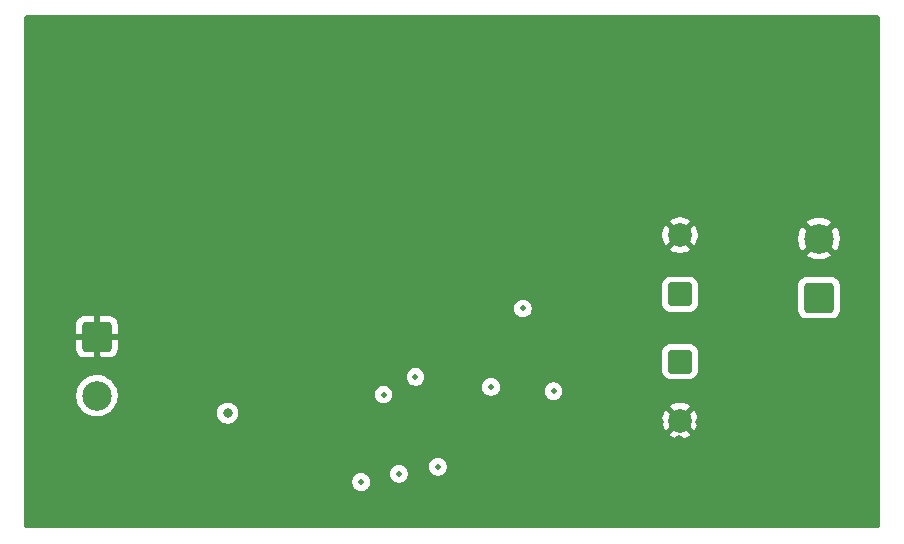
<source format=gbr>
%TF.GenerationSoftware,KiCad,Pcbnew,9.0.6*%
%TF.CreationDate,2026-01-21T08:09:24+01:00*%
%TF.ProjectId,Boost converter,426f6f73-7420-4636-9f6e-766572746572,rev?*%
%TF.SameCoordinates,Original*%
%TF.FileFunction,Copper,L3,Inr*%
%TF.FilePolarity,Positive*%
%FSLAX46Y46*%
G04 Gerber Fmt 4.6, Leading zero omitted, Abs format (unit mm)*
G04 Created by KiCad (PCBNEW 9.0.6) date 2026-01-21 08:09:24*
%MOMM*%
%LPD*%
G01*
G04 APERTURE LIST*
G04 Aperture macros list*
%AMRoundRect*
0 Rectangle with rounded corners*
0 $1 Rounding radius*
0 $2 $3 $4 $5 $6 $7 $8 $9 X,Y pos of 4 corners*
0 Add a 4 corners polygon primitive as box body*
4,1,4,$2,$3,$4,$5,$6,$7,$8,$9,$2,$3,0*
0 Add four circle primitives for the rounded corners*
1,1,$1+$1,$2,$3*
1,1,$1+$1,$4,$5*
1,1,$1+$1,$6,$7*
1,1,$1+$1,$8,$9*
0 Add four rect primitives between the rounded corners*
20,1,$1+$1,$2,$3,$4,$5,0*
20,1,$1+$1,$4,$5,$6,$7,0*
20,1,$1+$1,$6,$7,$8,$9,0*
20,1,$1+$1,$8,$9,$2,$3,0*%
G04 Aperture macros list end*
%TA.AperFunction,ComponentPad*%
%ADD10RoundRect,0.250000X1.000000X-1.000000X1.000000X1.000000X-1.000000X1.000000X-1.000000X-1.000000X0*%
%TD*%
%TA.AperFunction,ComponentPad*%
%ADD11C,2.500000*%
%TD*%
%TA.AperFunction,ComponentPad*%
%ADD12RoundRect,0.250000X0.750000X-0.750000X0.750000X0.750000X-0.750000X0.750000X-0.750000X-0.750000X0*%
%TD*%
%TA.AperFunction,ComponentPad*%
%ADD13C,2.000000*%
%TD*%
%TA.AperFunction,ComponentPad*%
%ADD14RoundRect,0.250000X-0.750000X0.750000X-0.750000X-0.750000X0.750000X-0.750000X0.750000X0.750000X0*%
%TD*%
%TA.AperFunction,ComponentPad*%
%ADD15RoundRect,0.250000X-1.000000X1.000000X-1.000000X-1.000000X1.000000X-1.000000X1.000000X1.000000X0*%
%TD*%
%TA.AperFunction,ViaPad*%
%ADD16C,0.800000*%
%TD*%
%TA.AperFunction,ViaPad*%
%ADD17C,0.500000*%
%TD*%
G04 APERTURE END LIST*
D10*
%TO.N,+36V*%
%TO.C,J2*%
X207567500Y-134200000D03*
D11*
%TO.N,GND*%
X207567500Y-129200000D03*
%TD*%
D12*
%TO.N,+36V*%
%TO.C,C9*%
X195800000Y-133900000D03*
D13*
%TO.N,GND*%
X195800000Y-128900000D03*
%TD*%
D14*
%TO.N,+36V*%
%TO.C,C10*%
X195800000Y-139600000D03*
D13*
%TO.N,GND*%
X195800000Y-144600000D03*
%TD*%
D15*
%TO.N,GND*%
%TO.C,J1*%
X146432500Y-137500000D03*
D11*
%TO.N,+24V*%
X146432500Y-142500000D03*
%TD*%
D16*
%TO.N,GND*%
X187500000Y-147500000D03*
X152500000Y-120000000D03*
X162500000Y-130000000D03*
X180000000Y-125000000D03*
X157500000Y-125000000D03*
X210000000Y-117500000D03*
X177500000Y-120000000D03*
X167500000Y-152500000D03*
X190000000Y-150000000D03*
X192500000Y-125000000D03*
X165000000Y-122500000D03*
X145000000Y-122500000D03*
X147500000Y-117500000D03*
X210000000Y-122500000D03*
X145000000Y-112500000D03*
X145000000Y-130000000D03*
X192500000Y-147500000D03*
X145000000Y-125000000D03*
X177500000Y-125000000D03*
X170000000Y-125000000D03*
X195000000Y-115000000D03*
X205000000Y-112500000D03*
X207500000Y-120000000D03*
X152500000Y-122500000D03*
X210000000Y-112500000D03*
X200000000Y-125000000D03*
X162500000Y-117500000D03*
X142500000Y-152500000D03*
X192500000Y-120000000D03*
X195000000Y-117500000D03*
X185000000Y-115000000D03*
X145000000Y-150000000D03*
X157500000Y-117500000D03*
X197500000Y-144750000D03*
X200000000Y-115000000D03*
X146500000Y-135250000D03*
X187500000Y-125000000D03*
X150000000Y-150000000D03*
X187500000Y-120000000D03*
X174750000Y-151750000D03*
X167500000Y-120000000D03*
D17*
X159500000Y-144000000D03*
D16*
X165000000Y-120000000D03*
X154500000Y-137500000D03*
X190000000Y-120000000D03*
X152500000Y-117500000D03*
X205000000Y-115000000D03*
X152500000Y-125000000D03*
X160000000Y-120000000D03*
X195000000Y-152500000D03*
X197500000Y-152500000D03*
X147500000Y-130000000D03*
X192500000Y-152500000D03*
X147500000Y-125000000D03*
X154000000Y-146500000D03*
X145000000Y-152500000D03*
X205000000Y-120000000D03*
X162500000Y-125000000D03*
X152500000Y-112500000D03*
X210000000Y-120000000D03*
X147500000Y-122500000D03*
X185000000Y-150000000D03*
X202500000Y-125000000D03*
X202500000Y-117500000D03*
X197500000Y-122500000D03*
X150000000Y-147500000D03*
X185000000Y-147500000D03*
X144250000Y-137500000D03*
X172500000Y-120000000D03*
X172500000Y-122500000D03*
X177500000Y-127500000D03*
X167800000Y-144200000D03*
X167500000Y-130000000D03*
X147500000Y-115000000D03*
X192500000Y-150000000D03*
X210000000Y-125000000D03*
X177500000Y-147250000D03*
X185000000Y-117500000D03*
X142500000Y-112500000D03*
X167500000Y-122500000D03*
X160000000Y-127500000D03*
X175000000Y-117500000D03*
X190000000Y-147500000D03*
X162500000Y-152500000D03*
X195000000Y-125000000D03*
X145000000Y-120000000D03*
X152500000Y-130000000D03*
X162500000Y-127500000D03*
X202500000Y-120000000D03*
X205000000Y-122500000D03*
X145000000Y-115000000D03*
X197500000Y-115000000D03*
X205000000Y-117500000D03*
X150000000Y-112500000D03*
X195000000Y-122500000D03*
X170000000Y-120000000D03*
X172500000Y-130000000D03*
X142500000Y-125000000D03*
X160000000Y-117500000D03*
X147500000Y-112500000D03*
X162500000Y-120000000D03*
X160000000Y-130000000D03*
X187500000Y-117500000D03*
X200000000Y-112500000D03*
X210000000Y-115000000D03*
X202500000Y-115000000D03*
X162500000Y-122500000D03*
X194000000Y-144750000D03*
X177500000Y-117500000D03*
X167500000Y-127500000D03*
X190000000Y-115000000D03*
X159500000Y-146500000D03*
X165800000Y-144200000D03*
X152500000Y-115000000D03*
X190000000Y-152500000D03*
X150000000Y-120000000D03*
X175000000Y-127500000D03*
X195000000Y-120000000D03*
X185000000Y-120000000D03*
X157500000Y-122500000D03*
X147500000Y-147500000D03*
X147500000Y-150000000D03*
X207500000Y-115000000D03*
X165000000Y-152500000D03*
X202500000Y-122500000D03*
X197500000Y-125000000D03*
X170000000Y-122500000D03*
X150000000Y-117500000D03*
X177500000Y-130000000D03*
X142500000Y-150000000D03*
X175000000Y-120000000D03*
X180000000Y-127500000D03*
X202500000Y-112500000D03*
X195000000Y-112500000D03*
X145000000Y-127500000D03*
X180000000Y-120000000D03*
X160000000Y-125000000D03*
X167800000Y-145200000D03*
X147500000Y-127500000D03*
X195000000Y-150000000D03*
X167500000Y-125000000D03*
X197500000Y-120000000D03*
X160000000Y-152500000D03*
X157500000Y-120000000D03*
X165000000Y-125000000D03*
X150000000Y-115000000D03*
X166800000Y-146200000D03*
X200000000Y-120000000D03*
X166800000Y-144700000D03*
X185000000Y-122500000D03*
X187500000Y-150000000D03*
X192500000Y-122500000D03*
X187500000Y-122500000D03*
X145000000Y-147500000D03*
X190000000Y-122500000D03*
X207500000Y-122500000D03*
X192500000Y-115000000D03*
X167500000Y-117500000D03*
X170000000Y-130000000D03*
X175000000Y-130000000D03*
X172500000Y-117500000D03*
X187500000Y-115000000D03*
X192500000Y-112500000D03*
X187500000Y-152500000D03*
X150000000Y-130000000D03*
X160000000Y-122500000D03*
X142500000Y-130000000D03*
X165000000Y-117500000D03*
X180000000Y-130000000D03*
X150000000Y-127500000D03*
X146500000Y-139500000D03*
X157500000Y-152500000D03*
X192500000Y-117500000D03*
X142500000Y-117500000D03*
X165000000Y-130000000D03*
X180000000Y-122500000D03*
X200000000Y-117500000D03*
X172500000Y-127500000D03*
X145000000Y-117500000D03*
X190000000Y-112500000D03*
X197500000Y-150000000D03*
X150000000Y-122500000D03*
X142500000Y-147500000D03*
X142500000Y-122500000D03*
X150000000Y-125000000D03*
X142500000Y-127500000D03*
X170000000Y-127500000D03*
X152500000Y-127500000D03*
X190000000Y-125000000D03*
X185000000Y-152500000D03*
X185000000Y-125000000D03*
X207500000Y-117500000D03*
X165800000Y-145200000D03*
X142500000Y-115000000D03*
X175000000Y-125000000D03*
X166800000Y-143200000D03*
X150000000Y-152500000D03*
X147500000Y-120000000D03*
X165000000Y-127500000D03*
X155000000Y-152500000D03*
X200000000Y-152500000D03*
X153500000Y-137500000D03*
X157500000Y-130000000D03*
X147500000Y-152500000D03*
X190000000Y-117500000D03*
X180000000Y-117500000D03*
X187500000Y-112500000D03*
X172500000Y-125000000D03*
X185000000Y-112500000D03*
X142500000Y-120000000D03*
X152500000Y-152500000D03*
X207500000Y-112500000D03*
X207500000Y-125000000D03*
X170000000Y-117500000D03*
X197500000Y-112500000D03*
X157500000Y-127500000D03*
X200000000Y-122500000D03*
X195750000Y-146250000D03*
X200000000Y-150000000D03*
X197500000Y-117500000D03*
X205000000Y-125000000D03*
X175000000Y-122500000D03*
X177500000Y-122500000D03*
X156500000Y-148000000D03*
D17*
%TO.N,/HO*%
X170700000Y-142400002D03*
X182500000Y-135100000D03*
D16*
%TO.N,+24V*%
X157500000Y-143975000D03*
D17*
%TO.N,/BST*%
X179800000Y-141750002D03*
X173400000Y-140900000D03*
%TO.N,FB*%
X185100000Y-142100000D03*
X168800000Y-149800000D03*
X175300000Y-148500000D03*
X172000000Y-149100000D03*
%TD*%
%TA.AperFunction,Conductor*%
%TO.N,GND*%
G36*
X212642539Y-110320185D02*
G01*
X212688294Y-110372989D01*
X212699500Y-110424500D01*
X212699500Y-153575500D01*
X212679815Y-153642539D01*
X212627011Y-153688294D01*
X212575500Y-153699500D01*
X140424500Y-153699500D01*
X140357461Y-153679815D01*
X140311706Y-153627011D01*
X140300500Y-153575500D01*
X140300500Y-149873920D01*
X168049499Y-149873920D01*
X168078340Y-150018907D01*
X168078343Y-150018917D01*
X168134912Y-150155488D01*
X168134919Y-150155501D01*
X168217048Y-150278415D01*
X168217051Y-150278419D01*
X168321580Y-150382948D01*
X168321584Y-150382951D01*
X168444498Y-150465080D01*
X168444511Y-150465087D01*
X168581082Y-150521656D01*
X168581087Y-150521658D01*
X168581091Y-150521658D01*
X168581092Y-150521659D01*
X168726079Y-150550500D01*
X168726082Y-150550500D01*
X168873920Y-150550500D01*
X168971462Y-150531096D01*
X169018913Y-150521658D01*
X169155495Y-150465084D01*
X169278416Y-150382951D01*
X169382951Y-150278416D01*
X169465084Y-150155495D01*
X169521658Y-150018913D01*
X169550500Y-149873918D01*
X169550500Y-149726082D01*
X169550500Y-149726079D01*
X169521659Y-149581092D01*
X169521658Y-149581091D01*
X169521658Y-149581087D01*
X169469639Y-149455501D01*
X169465087Y-149444511D01*
X169465080Y-149444498D01*
X169382951Y-149321584D01*
X169382948Y-149321580D01*
X169278419Y-149217051D01*
X169278415Y-149217048D01*
X169213870Y-149173920D01*
X171249499Y-149173920D01*
X171278340Y-149318907D01*
X171278343Y-149318917D01*
X171334912Y-149455488D01*
X171334919Y-149455501D01*
X171417048Y-149578415D01*
X171417051Y-149578419D01*
X171521580Y-149682948D01*
X171521584Y-149682951D01*
X171644498Y-149765080D01*
X171644511Y-149765087D01*
X171781082Y-149821656D01*
X171781087Y-149821658D01*
X171781091Y-149821658D01*
X171781092Y-149821659D01*
X171926079Y-149850500D01*
X171926082Y-149850500D01*
X172073920Y-149850500D01*
X172171462Y-149831096D01*
X172218913Y-149821658D01*
X172355495Y-149765084D01*
X172478416Y-149682951D01*
X172582951Y-149578416D01*
X172665084Y-149455495D01*
X172721658Y-149318913D01*
X172735267Y-149250500D01*
X172750500Y-149173920D01*
X172750500Y-149026079D01*
X172721659Y-148881092D01*
X172721658Y-148881091D01*
X172721658Y-148881087D01*
X172711060Y-148855501D01*
X172665087Y-148744511D01*
X172665080Y-148744498D01*
X172582951Y-148621584D01*
X172582948Y-148621580D01*
X172535288Y-148573920D01*
X174549499Y-148573920D01*
X174578340Y-148718907D01*
X174578343Y-148718917D01*
X174634912Y-148855488D01*
X174634919Y-148855501D01*
X174717048Y-148978415D01*
X174717051Y-148978419D01*
X174821580Y-149082948D01*
X174821584Y-149082951D01*
X174944498Y-149165080D01*
X174944511Y-149165087D01*
X175081082Y-149221656D01*
X175081087Y-149221658D01*
X175081091Y-149221658D01*
X175081092Y-149221659D01*
X175226079Y-149250500D01*
X175226082Y-149250500D01*
X175373920Y-149250500D01*
X175471462Y-149231096D01*
X175518913Y-149221658D01*
X175655495Y-149165084D01*
X175778416Y-149082951D01*
X175882951Y-148978416D01*
X175965084Y-148855495D01*
X176021658Y-148718913D01*
X176031096Y-148671462D01*
X176050500Y-148573920D01*
X176050500Y-148426079D01*
X176021659Y-148281092D01*
X176021658Y-148281091D01*
X176021658Y-148281087D01*
X176021656Y-148281082D01*
X175965087Y-148144511D01*
X175965080Y-148144498D01*
X175882951Y-148021584D01*
X175882948Y-148021580D01*
X175778419Y-147917051D01*
X175778415Y-147917048D01*
X175655501Y-147834919D01*
X175655488Y-147834912D01*
X175518917Y-147778343D01*
X175518907Y-147778340D01*
X175373920Y-147749500D01*
X175373918Y-147749500D01*
X175226082Y-147749500D01*
X175226080Y-147749500D01*
X175081092Y-147778340D01*
X175081082Y-147778343D01*
X174944511Y-147834912D01*
X174944498Y-147834919D01*
X174821584Y-147917048D01*
X174821580Y-147917051D01*
X174717051Y-148021580D01*
X174717048Y-148021584D01*
X174634919Y-148144498D01*
X174634912Y-148144511D01*
X174578343Y-148281082D01*
X174578340Y-148281092D01*
X174549500Y-148426079D01*
X174549500Y-148426082D01*
X174549500Y-148573918D01*
X174549500Y-148573920D01*
X174549499Y-148573920D01*
X172535288Y-148573920D01*
X172478418Y-148517050D01*
X172355501Y-148434919D01*
X172355488Y-148434912D01*
X172218917Y-148378343D01*
X172218907Y-148378340D01*
X172073920Y-148349500D01*
X172073918Y-148349500D01*
X171926082Y-148349500D01*
X171926080Y-148349500D01*
X171781092Y-148378340D01*
X171781082Y-148378343D01*
X171644511Y-148434912D01*
X171644498Y-148434919D01*
X171521584Y-148517048D01*
X171521580Y-148517051D01*
X171417051Y-148621580D01*
X171417048Y-148621584D01*
X171334919Y-148744498D01*
X171334912Y-148744511D01*
X171278343Y-148881082D01*
X171278340Y-148881092D01*
X171249500Y-149026079D01*
X171249500Y-149026082D01*
X171249500Y-149173918D01*
X171249500Y-149173920D01*
X171249499Y-149173920D01*
X169213870Y-149173920D01*
X169155501Y-149134919D01*
X169155494Y-149134915D01*
X169154616Y-149134552D01*
X169154614Y-149134550D01*
X169018917Y-149078343D01*
X169018907Y-149078340D01*
X168873920Y-149049500D01*
X168873918Y-149049500D01*
X168726082Y-149049500D01*
X168726080Y-149049500D01*
X168581092Y-149078340D01*
X168581082Y-149078343D01*
X168444511Y-149134912D01*
X168444498Y-149134919D01*
X168321584Y-149217048D01*
X168321580Y-149217051D01*
X168217051Y-149321580D01*
X168217048Y-149321584D01*
X168134919Y-149444498D01*
X168134912Y-149444511D01*
X168078343Y-149581082D01*
X168078340Y-149581092D01*
X168049500Y-149726079D01*
X168049500Y-149726082D01*
X168049500Y-149873918D01*
X168049500Y-149873920D01*
X168049499Y-149873920D01*
X140300500Y-149873920D01*
X140300500Y-142385258D01*
X144682000Y-142385258D01*
X144682000Y-142614741D01*
X144690981Y-142682951D01*
X144711952Y-142842238D01*
X144721647Y-142878421D01*
X144771342Y-143063887D01*
X144859150Y-143275876D01*
X144859157Y-143275890D01*
X144973892Y-143474617D01*
X145113581Y-143656661D01*
X145113589Y-143656670D01*
X145275830Y-143818911D01*
X145275838Y-143818918D01*
X145457882Y-143958607D01*
X145457885Y-143958608D01*
X145457888Y-143958611D01*
X145656612Y-144073344D01*
X145656617Y-144073346D01*
X145656623Y-144073349D01*
X145720965Y-144100000D01*
X145868613Y-144161158D01*
X146090262Y-144220548D01*
X146317766Y-144250500D01*
X146317773Y-144250500D01*
X146547227Y-144250500D01*
X146547234Y-144250500D01*
X146774738Y-144220548D01*
X146996387Y-144161158D01*
X147208388Y-144073344D01*
X147407112Y-143958611D01*
X147501344Y-143886304D01*
X156599500Y-143886304D01*
X156599500Y-144063695D01*
X156634103Y-144237658D01*
X156634106Y-144237667D01*
X156701983Y-144401540D01*
X156701990Y-144401553D01*
X156800535Y-144549034D01*
X156800538Y-144549038D01*
X156925961Y-144674461D01*
X156925965Y-144674464D01*
X157073446Y-144773009D01*
X157073459Y-144773016D01*
X157196363Y-144823923D01*
X157237334Y-144840894D01*
X157237336Y-144840894D01*
X157237341Y-144840896D01*
X157411304Y-144875499D01*
X157411307Y-144875500D01*
X157411309Y-144875500D01*
X157588693Y-144875500D01*
X157588694Y-144875499D01*
X157646682Y-144863964D01*
X157762658Y-144840896D01*
X157762661Y-144840894D01*
X157762666Y-144840894D01*
X157926547Y-144773013D01*
X158074035Y-144674464D01*
X158199464Y-144549035D01*
X158244290Y-144481947D01*
X194300000Y-144481947D01*
X194300000Y-144718052D01*
X194336934Y-144951247D01*
X194409897Y-145175802D01*
X194517087Y-145386174D01*
X194577338Y-145469104D01*
X194577340Y-145469105D01*
X195317037Y-144729408D01*
X195334075Y-144792993D01*
X195399901Y-144907007D01*
X195492993Y-145000099D01*
X195607007Y-145065925D01*
X195670590Y-145082962D01*
X194930893Y-145822658D01*
X195013828Y-145882914D01*
X195224197Y-145990102D01*
X195448752Y-146063065D01*
X195448751Y-146063065D01*
X195681948Y-146100000D01*
X195918052Y-146100000D01*
X196151247Y-146063065D01*
X196375802Y-145990102D01*
X196586163Y-145882918D01*
X196586169Y-145882914D01*
X196669104Y-145822658D01*
X196669105Y-145822658D01*
X195929408Y-145082962D01*
X195992993Y-145065925D01*
X196107007Y-145000099D01*
X196200099Y-144907007D01*
X196265925Y-144792993D01*
X196282962Y-144729408D01*
X197022658Y-145469105D01*
X197022658Y-145469104D01*
X197082914Y-145386169D01*
X197082918Y-145386163D01*
X197190102Y-145175802D01*
X197263065Y-144951247D01*
X197300000Y-144718052D01*
X197300000Y-144481947D01*
X197263065Y-144248752D01*
X197190102Y-144024197D01*
X197082914Y-143813828D01*
X197022658Y-143730894D01*
X197022658Y-143730893D01*
X196282962Y-144470590D01*
X196265925Y-144407007D01*
X196200099Y-144292993D01*
X196107007Y-144199901D01*
X195992993Y-144134075D01*
X195929409Y-144117037D01*
X196669105Y-143377340D01*
X196669104Y-143377338D01*
X196586174Y-143317087D01*
X196375802Y-143209897D01*
X196151247Y-143136934D01*
X196151248Y-143136934D01*
X195918052Y-143100000D01*
X195681948Y-143100000D01*
X195448752Y-143136934D01*
X195224197Y-143209897D01*
X195013830Y-143317084D01*
X194930894Y-143377340D01*
X195670591Y-144117037D01*
X195607007Y-144134075D01*
X195492993Y-144199901D01*
X195399901Y-144292993D01*
X195334075Y-144407007D01*
X195317037Y-144470590D01*
X194577340Y-143730894D01*
X194517084Y-143813830D01*
X194409897Y-144024197D01*
X194336934Y-144248752D01*
X194300000Y-144481947D01*
X158244290Y-144481947D01*
X158244385Y-144481805D01*
X158293579Y-144408184D01*
X158298009Y-144401553D01*
X158298009Y-144401552D01*
X158298013Y-144401547D01*
X158365894Y-144237666D01*
X158369300Y-144220546D01*
X158400499Y-144063695D01*
X158400500Y-144063693D01*
X158400500Y-143886306D01*
X158400499Y-143886304D01*
X158365896Y-143712341D01*
X158365893Y-143712332D01*
X158298016Y-143548459D01*
X158298014Y-143548455D01*
X158298013Y-143548453D01*
X158199464Y-143400965D01*
X158199461Y-143400961D01*
X158074038Y-143275538D01*
X158074034Y-143275535D01*
X157926553Y-143176990D01*
X157926540Y-143176983D01*
X157762667Y-143109106D01*
X157762658Y-143109103D01*
X157588694Y-143074500D01*
X157588691Y-143074500D01*
X157411309Y-143074500D01*
X157411306Y-143074500D01*
X157237341Y-143109103D01*
X157237332Y-143109106D01*
X157073459Y-143176983D01*
X157073446Y-143176990D01*
X156925965Y-143275535D01*
X156925961Y-143275538D01*
X156800538Y-143400961D01*
X156800535Y-143400965D01*
X156701990Y-143548446D01*
X156701983Y-143548459D01*
X156634106Y-143712332D01*
X156634103Y-143712341D01*
X156599500Y-143886304D01*
X147501344Y-143886304D01*
X147589161Y-143818919D01*
X147589165Y-143818914D01*
X147589170Y-143818911D01*
X147751411Y-143656670D01*
X147751414Y-143656665D01*
X147751419Y-143656661D01*
X147891111Y-143474612D01*
X148005844Y-143275888D01*
X148093658Y-143063887D01*
X148153048Y-142842238D01*
X148183000Y-142614734D01*
X148183000Y-142473922D01*
X169949499Y-142473922D01*
X169978340Y-142618909D01*
X169978343Y-142618919D01*
X170034912Y-142755490D01*
X170034919Y-142755503D01*
X170117048Y-142878417D01*
X170117051Y-142878421D01*
X170221580Y-142982950D01*
X170221584Y-142982953D01*
X170344498Y-143065082D01*
X170344511Y-143065089D01*
X170481082Y-143121658D01*
X170481087Y-143121660D01*
X170481091Y-143121660D01*
X170481092Y-143121661D01*
X170626079Y-143150502D01*
X170626082Y-143150502D01*
X170773920Y-143150502D01*
X170871462Y-143131098D01*
X170918913Y-143121660D01*
X171055495Y-143065086D01*
X171178416Y-142982953D01*
X171282951Y-142878418D01*
X171365084Y-142755497D01*
X171421658Y-142618915D01*
X171431096Y-142571464D01*
X171450500Y-142473922D01*
X171450500Y-142326081D01*
X171421659Y-142181094D01*
X171421658Y-142181093D01*
X171421658Y-142181089D01*
X171411996Y-142157762D01*
X171365087Y-142044513D01*
X171365080Y-142044500D01*
X171282951Y-141921586D01*
X171282948Y-141921582D01*
X171185288Y-141823922D01*
X179049499Y-141823922D01*
X179078340Y-141968909D01*
X179078343Y-141968919D01*
X179134912Y-142105490D01*
X179134919Y-142105503D01*
X179217048Y-142228417D01*
X179217051Y-142228421D01*
X179321580Y-142332950D01*
X179321584Y-142332953D01*
X179444498Y-142415082D01*
X179444511Y-142415089D01*
X179581082Y-142471658D01*
X179581087Y-142471660D01*
X179581091Y-142471660D01*
X179581092Y-142471661D01*
X179726079Y-142500502D01*
X179726082Y-142500502D01*
X179873920Y-142500502D01*
X180007551Y-142473920D01*
X180018913Y-142471660D01*
X180155495Y-142415086D01*
X180278416Y-142332953D01*
X180382951Y-142228418D01*
X180419365Y-142173920D01*
X184349499Y-142173920D01*
X184378340Y-142318907D01*
X184378343Y-142318917D01*
X184434912Y-142455488D01*
X184434919Y-142455501D01*
X184517048Y-142578415D01*
X184517051Y-142578419D01*
X184621580Y-142682948D01*
X184621584Y-142682951D01*
X184744498Y-142765080D01*
X184744511Y-142765087D01*
X184881082Y-142821656D01*
X184881087Y-142821658D01*
X184881091Y-142821658D01*
X184881092Y-142821659D01*
X185026079Y-142850500D01*
X185026082Y-142850500D01*
X185173920Y-142850500D01*
X185271462Y-142831096D01*
X185318913Y-142821658D01*
X185455495Y-142765084D01*
X185578416Y-142682951D01*
X185682951Y-142578416D01*
X185765084Y-142455495D01*
X185821658Y-142318913D01*
X185831096Y-142271462D01*
X185850500Y-142173920D01*
X185850500Y-142026079D01*
X185821659Y-141881092D01*
X185821658Y-141881091D01*
X185821658Y-141881087D01*
X185797979Y-141823920D01*
X185765087Y-141744511D01*
X185765080Y-141744498D01*
X185682951Y-141621584D01*
X185682948Y-141621580D01*
X185578419Y-141517051D01*
X185578415Y-141517048D01*
X185455501Y-141434919D01*
X185455488Y-141434912D01*
X185318917Y-141378343D01*
X185318907Y-141378340D01*
X185173920Y-141349500D01*
X185173918Y-141349500D01*
X185026082Y-141349500D01*
X185026080Y-141349500D01*
X184881092Y-141378340D01*
X184881082Y-141378343D01*
X184744511Y-141434912D01*
X184744498Y-141434919D01*
X184621584Y-141517048D01*
X184621580Y-141517051D01*
X184517051Y-141621580D01*
X184517048Y-141621584D01*
X184434919Y-141744498D01*
X184434912Y-141744511D01*
X184378343Y-141881082D01*
X184378340Y-141881092D01*
X184349500Y-142026079D01*
X184349500Y-142026082D01*
X184349500Y-142173918D01*
X184349500Y-142173920D01*
X184349499Y-142173920D01*
X180419365Y-142173920D01*
X180465084Y-142105497D01*
X180521658Y-141968915D01*
X180539129Y-141881087D01*
X180550500Y-141823922D01*
X180550500Y-141676081D01*
X180521659Y-141531094D01*
X180521658Y-141531093D01*
X180521658Y-141531089D01*
X180515843Y-141517051D01*
X180465087Y-141394513D01*
X180465080Y-141394500D01*
X180382951Y-141271586D01*
X180382948Y-141271582D01*
X180278419Y-141167053D01*
X180278415Y-141167050D01*
X180155501Y-141084921D01*
X180155488Y-141084914D01*
X180018917Y-141028345D01*
X180018907Y-141028342D01*
X179873920Y-140999502D01*
X179873918Y-140999502D01*
X179726082Y-140999502D01*
X179726080Y-140999502D01*
X179581092Y-141028342D01*
X179581082Y-141028345D01*
X179444511Y-141084914D01*
X179444498Y-141084921D01*
X179321584Y-141167050D01*
X179321580Y-141167053D01*
X179217051Y-141271582D01*
X179217048Y-141271586D01*
X179134919Y-141394500D01*
X179134912Y-141394513D01*
X179078343Y-141531084D01*
X179078340Y-141531094D01*
X179049500Y-141676081D01*
X179049500Y-141676084D01*
X179049500Y-141823920D01*
X179049500Y-141823922D01*
X179049499Y-141823922D01*
X171185288Y-141823922D01*
X171178419Y-141817053D01*
X171178415Y-141817050D01*
X171055501Y-141734921D01*
X171055488Y-141734914D01*
X170918917Y-141678345D01*
X170918907Y-141678342D01*
X170773920Y-141649502D01*
X170773918Y-141649502D01*
X170626082Y-141649502D01*
X170626080Y-141649502D01*
X170481092Y-141678342D01*
X170481082Y-141678345D01*
X170344511Y-141734914D01*
X170344498Y-141734921D01*
X170221584Y-141817050D01*
X170221580Y-141817053D01*
X170117051Y-141921582D01*
X170117048Y-141921586D01*
X170034919Y-142044500D01*
X170034912Y-142044513D01*
X169978343Y-142181084D01*
X169978340Y-142181094D01*
X169949500Y-142326081D01*
X169949500Y-142326084D01*
X169949500Y-142473920D01*
X169949500Y-142473922D01*
X169949499Y-142473922D01*
X148183000Y-142473922D01*
X148183000Y-142385266D01*
X148153048Y-142157762D01*
X148093658Y-141936113D01*
X148014291Y-141744505D01*
X148005849Y-141724123D01*
X148005846Y-141724117D01*
X148005844Y-141724112D01*
X147891111Y-141525388D01*
X147891108Y-141525385D01*
X147891107Y-141525382D01*
X147778276Y-141378340D01*
X147751419Y-141343339D01*
X147751418Y-141343338D01*
X147751411Y-141343330D01*
X147589170Y-141181089D01*
X147589161Y-141181081D01*
X147407117Y-141041392D01*
X147290252Y-140973920D01*
X172649499Y-140973920D01*
X172678340Y-141118907D01*
X172678343Y-141118917D01*
X172734912Y-141255488D01*
X172734919Y-141255501D01*
X172817048Y-141378415D01*
X172817051Y-141378419D01*
X172921580Y-141482948D01*
X172921584Y-141482951D01*
X173044498Y-141565080D01*
X173044511Y-141565087D01*
X173180899Y-141621580D01*
X173181087Y-141621658D01*
X173181091Y-141621658D01*
X173181092Y-141621659D01*
X173326079Y-141650500D01*
X173326082Y-141650500D01*
X173473920Y-141650500D01*
X173571462Y-141631096D01*
X173618913Y-141621658D01*
X173755495Y-141565084D01*
X173878416Y-141482951D01*
X173982951Y-141378416D01*
X174065084Y-141255495D01*
X174121658Y-141118913D01*
X174150500Y-140973918D01*
X174150500Y-140826082D01*
X174150500Y-140826079D01*
X174121659Y-140681092D01*
X174121658Y-140681091D01*
X174121658Y-140681087D01*
X174116789Y-140669331D01*
X174065087Y-140544511D01*
X174065080Y-140544498D01*
X173982951Y-140421584D01*
X173982948Y-140421580D01*
X173878419Y-140317051D01*
X173878415Y-140317048D01*
X173755501Y-140234919D01*
X173755488Y-140234912D01*
X173618917Y-140178343D01*
X173618907Y-140178340D01*
X173473920Y-140149500D01*
X173473918Y-140149500D01*
X173326082Y-140149500D01*
X173326080Y-140149500D01*
X173181092Y-140178340D01*
X173181082Y-140178343D01*
X173044511Y-140234912D01*
X173044498Y-140234919D01*
X172921584Y-140317048D01*
X172921580Y-140317051D01*
X172817051Y-140421580D01*
X172817048Y-140421584D01*
X172734919Y-140544498D01*
X172734912Y-140544511D01*
X172678343Y-140681082D01*
X172678340Y-140681092D01*
X172649500Y-140826079D01*
X172649500Y-140826082D01*
X172649500Y-140973918D01*
X172649500Y-140973920D01*
X172649499Y-140973920D01*
X147290252Y-140973920D01*
X147209639Y-140927378D01*
X147208388Y-140926656D01*
X147208386Y-140926655D01*
X147208376Y-140926650D01*
X146996387Y-140838842D01*
X146948754Y-140826079D01*
X146774738Y-140779452D01*
X146736715Y-140774446D01*
X146547241Y-140749500D01*
X146547234Y-140749500D01*
X146317766Y-140749500D01*
X146317758Y-140749500D01*
X146101215Y-140778009D01*
X146090262Y-140779452D01*
X145996576Y-140804554D01*
X145868612Y-140838842D01*
X145656623Y-140926650D01*
X145656609Y-140926657D01*
X145457882Y-141041392D01*
X145275838Y-141181081D01*
X145113581Y-141343338D01*
X144973892Y-141525382D01*
X144859157Y-141724109D01*
X144859150Y-141724123D01*
X144771342Y-141936112D01*
X144711953Y-142157759D01*
X144711951Y-142157770D01*
X144682000Y-142385258D01*
X140300500Y-142385258D01*
X140300500Y-136450013D01*
X144682500Y-136450013D01*
X144682500Y-137250000D01*
X145832499Y-137250000D01*
X145807479Y-137310402D01*
X145782500Y-137435981D01*
X145782500Y-137564019D01*
X145807479Y-137689598D01*
X145832499Y-137750000D01*
X144682501Y-137750000D01*
X144682501Y-138549986D01*
X144692994Y-138652697D01*
X144748141Y-138819119D01*
X144748143Y-138819124D01*
X144840184Y-138968345D01*
X144964154Y-139092315D01*
X145113375Y-139184356D01*
X145113380Y-139184358D01*
X145279802Y-139239505D01*
X145279809Y-139239506D01*
X145382519Y-139249999D01*
X146182499Y-139249999D01*
X146182500Y-139249998D01*
X146182500Y-138100001D01*
X146242902Y-138125021D01*
X146368481Y-138150000D01*
X146496519Y-138150000D01*
X146622098Y-138125021D01*
X146682500Y-138100001D01*
X146682500Y-139249999D01*
X147482472Y-139249999D01*
X147482486Y-139249998D01*
X147585197Y-139239505D01*
X147751619Y-139184358D01*
X147751624Y-139184356D01*
X147900845Y-139092315D01*
X148024815Y-138968345D01*
X148116856Y-138819124D01*
X148116858Y-138819119D01*
X148123199Y-138799983D01*
X194299500Y-138799983D01*
X194299500Y-140400001D01*
X194299501Y-140400018D01*
X194310000Y-140502796D01*
X194310001Y-140502799D01*
X194365185Y-140669331D01*
X194365186Y-140669334D01*
X194457288Y-140818656D01*
X194581344Y-140942712D01*
X194730666Y-141034814D01*
X194897203Y-141089999D01*
X194999991Y-141100500D01*
X196600008Y-141100499D01*
X196702797Y-141089999D01*
X196869334Y-141034814D01*
X197018656Y-140942712D01*
X197142712Y-140818656D01*
X197234814Y-140669334D01*
X197289999Y-140502797D01*
X197300500Y-140400009D01*
X197300499Y-138799992D01*
X197289999Y-138697203D01*
X197234814Y-138530666D01*
X197142712Y-138381344D01*
X197018656Y-138257288D01*
X196869334Y-138165186D01*
X196702797Y-138110001D01*
X196702795Y-138110000D01*
X196600010Y-138099500D01*
X194999998Y-138099500D01*
X194999981Y-138099501D01*
X194897203Y-138110000D01*
X194897200Y-138110001D01*
X194730668Y-138165185D01*
X194730663Y-138165187D01*
X194581342Y-138257289D01*
X194457289Y-138381342D01*
X194365187Y-138530663D01*
X194365186Y-138530666D01*
X194310001Y-138697203D01*
X194310001Y-138697204D01*
X194310000Y-138697204D01*
X194299500Y-138799983D01*
X148123199Y-138799983D01*
X148137168Y-138757830D01*
X148172005Y-138652697D01*
X148172006Y-138652690D01*
X148182499Y-138549986D01*
X148182500Y-138549973D01*
X148182500Y-137750000D01*
X147032501Y-137750000D01*
X147057521Y-137689598D01*
X147082500Y-137564019D01*
X147082500Y-137435981D01*
X147057521Y-137310402D01*
X147032501Y-137250000D01*
X148182499Y-137250000D01*
X148182499Y-136450028D01*
X148182498Y-136450013D01*
X148172005Y-136347302D01*
X148116858Y-136180880D01*
X148116856Y-136180875D01*
X148024815Y-136031654D01*
X147900845Y-135907684D01*
X147751624Y-135815643D01*
X147751619Y-135815641D01*
X147585197Y-135760494D01*
X147585190Y-135760493D01*
X147482486Y-135750000D01*
X146682500Y-135750000D01*
X146682500Y-136899998D01*
X146622098Y-136874979D01*
X146496519Y-136850000D01*
X146368481Y-136850000D01*
X146242902Y-136874979D01*
X146182500Y-136899998D01*
X146182500Y-135750000D01*
X145382528Y-135750000D01*
X145382512Y-135750001D01*
X145279802Y-135760494D01*
X145113380Y-135815641D01*
X145113375Y-135815643D01*
X144964154Y-135907684D01*
X144840184Y-136031654D01*
X144748143Y-136180875D01*
X144748141Y-136180880D01*
X144692994Y-136347302D01*
X144692993Y-136347309D01*
X144682500Y-136450013D01*
X140300500Y-136450013D01*
X140300500Y-135173920D01*
X181749499Y-135173920D01*
X181778340Y-135318907D01*
X181778343Y-135318917D01*
X181834912Y-135455488D01*
X181834919Y-135455501D01*
X181917048Y-135578415D01*
X181917051Y-135578419D01*
X182021580Y-135682948D01*
X182021584Y-135682951D01*
X182144498Y-135765080D01*
X182144511Y-135765087D01*
X182266565Y-135815643D01*
X182281087Y-135821658D01*
X182281091Y-135821658D01*
X182281092Y-135821659D01*
X182426079Y-135850500D01*
X182426082Y-135850500D01*
X182573920Y-135850500D01*
X182671462Y-135831096D01*
X182718913Y-135821658D01*
X182855495Y-135765084D01*
X182978416Y-135682951D01*
X183082951Y-135578416D01*
X183165084Y-135455495D01*
X183221658Y-135318913D01*
X183250500Y-135173918D01*
X183250500Y-135026082D01*
X183250500Y-135026079D01*
X183221659Y-134881092D01*
X183221658Y-134881091D01*
X183221658Y-134881087D01*
X183189230Y-134802799D01*
X183165087Y-134744511D01*
X183165080Y-134744498D01*
X183082951Y-134621584D01*
X183082948Y-134621580D01*
X182978419Y-134517051D01*
X182978415Y-134517048D01*
X182855501Y-134434919D01*
X182855488Y-134434912D01*
X182718917Y-134378343D01*
X182718907Y-134378340D01*
X182573920Y-134349500D01*
X182573918Y-134349500D01*
X182426082Y-134349500D01*
X182426080Y-134349500D01*
X182281092Y-134378340D01*
X182281082Y-134378343D01*
X182144511Y-134434912D01*
X182144498Y-134434919D01*
X182021584Y-134517048D01*
X182021580Y-134517051D01*
X181917051Y-134621580D01*
X181917048Y-134621584D01*
X181834919Y-134744498D01*
X181834912Y-134744511D01*
X181778343Y-134881082D01*
X181778340Y-134881092D01*
X181749500Y-135026079D01*
X181749500Y-135026082D01*
X181749500Y-135173918D01*
X181749500Y-135173920D01*
X181749499Y-135173920D01*
X140300500Y-135173920D01*
X140300500Y-133099983D01*
X194299500Y-133099983D01*
X194299500Y-134700001D01*
X194299501Y-134700018D01*
X194310000Y-134802796D01*
X194310001Y-134802799D01*
X194335945Y-134881092D01*
X194365186Y-134969334D01*
X194457288Y-135118656D01*
X194581344Y-135242712D01*
X194730666Y-135334814D01*
X194897203Y-135389999D01*
X194999991Y-135400500D01*
X196600008Y-135400499D01*
X196702797Y-135389999D01*
X196869334Y-135334814D01*
X197018656Y-135242712D01*
X197142712Y-135118656D01*
X197234814Y-134969334D01*
X197289999Y-134802797D01*
X197300500Y-134700009D01*
X197300499Y-133149983D01*
X205817000Y-133149983D01*
X205817000Y-135250001D01*
X205817001Y-135250018D01*
X205827500Y-135352796D01*
X205827501Y-135352799D01*
X205843308Y-135400500D01*
X205882686Y-135519334D01*
X205974788Y-135668656D01*
X206098844Y-135792712D01*
X206248166Y-135884814D01*
X206414703Y-135939999D01*
X206517491Y-135950500D01*
X208617508Y-135950499D01*
X208720297Y-135939999D01*
X208886834Y-135884814D01*
X209036156Y-135792712D01*
X209160212Y-135668656D01*
X209252314Y-135519334D01*
X209307499Y-135352797D01*
X209318000Y-135250009D01*
X209317999Y-133149992D01*
X209312891Y-133099992D01*
X209307499Y-133047203D01*
X209307498Y-133047200D01*
X209290931Y-132997204D01*
X209252314Y-132880666D01*
X209160212Y-132731344D01*
X209036156Y-132607288D01*
X208886834Y-132515186D01*
X208720297Y-132460001D01*
X208720295Y-132460000D01*
X208617510Y-132449500D01*
X206517498Y-132449500D01*
X206517481Y-132449501D01*
X206414703Y-132460000D01*
X206414700Y-132460001D01*
X206248168Y-132515185D01*
X206248163Y-132515187D01*
X206098842Y-132607289D01*
X205974789Y-132731342D01*
X205882687Y-132880663D01*
X205882686Y-132880666D01*
X205827501Y-133047203D01*
X205827501Y-133047204D01*
X205827500Y-133047204D01*
X205817000Y-133149983D01*
X197300499Y-133149983D01*
X197300499Y-133099992D01*
X197289999Y-132997203D01*
X197234814Y-132830666D01*
X197142712Y-132681344D01*
X197018656Y-132557288D01*
X196869334Y-132465186D01*
X196702797Y-132410001D01*
X196702795Y-132410000D01*
X196600010Y-132399500D01*
X194999998Y-132399500D01*
X194999981Y-132399501D01*
X194897203Y-132410000D01*
X194897200Y-132410001D01*
X194730668Y-132465185D01*
X194730663Y-132465187D01*
X194581342Y-132557289D01*
X194457289Y-132681342D01*
X194365187Y-132830663D01*
X194365185Y-132830668D01*
X194348617Y-132880668D01*
X194310001Y-132997203D01*
X194310001Y-132997204D01*
X194310000Y-132997204D01*
X194299500Y-133099983D01*
X140300500Y-133099983D01*
X140300500Y-128781947D01*
X194300000Y-128781947D01*
X194300000Y-129018052D01*
X194336934Y-129251247D01*
X194409897Y-129475802D01*
X194517087Y-129686174D01*
X194577338Y-129769104D01*
X194577340Y-129769105D01*
X195317037Y-129029408D01*
X195334075Y-129092993D01*
X195399901Y-129207007D01*
X195492993Y-129300099D01*
X195607007Y-129365925D01*
X195670590Y-129382962D01*
X194930893Y-130122658D01*
X195013828Y-130182914D01*
X195224197Y-130290102D01*
X195448752Y-130363065D01*
X195448751Y-130363065D01*
X195681948Y-130400000D01*
X195918052Y-130400000D01*
X196151247Y-130363065D01*
X196375802Y-130290102D01*
X196586163Y-130182918D01*
X196586169Y-130182914D01*
X196669104Y-130122658D01*
X196669105Y-130122658D01*
X195929408Y-129382962D01*
X195992993Y-129365925D01*
X196107007Y-129300099D01*
X196200099Y-129207007D01*
X196265925Y-129092993D01*
X196282962Y-129029408D01*
X197022658Y-129769105D01*
X197022658Y-129769104D01*
X197082914Y-129686169D01*
X197082918Y-129686163D01*
X197190102Y-129475802D01*
X197263065Y-129251248D01*
X197289348Y-129085305D01*
X205817500Y-129085305D01*
X205817500Y-129314694D01*
X205817501Y-129314710D01*
X205847442Y-129542137D01*
X205906818Y-129763730D01*
X205994602Y-129975659D01*
X205994606Y-129975669D01*
X206109299Y-130174324D01*
X206109305Y-130174331D01*
X206165881Y-130248064D01*
X206966458Y-129447487D01*
X206991478Y-129507890D01*
X207062612Y-129614351D01*
X207153149Y-129704888D01*
X207259610Y-129776022D01*
X207320011Y-129801041D01*
X206519434Y-130601617D01*
X206519434Y-130601618D01*
X206593166Y-130658194D01*
X206791830Y-130772893D01*
X206791840Y-130772897D01*
X207003769Y-130860681D01*
X207225362Y-130920057D01*
X207452789Y-130949998D01*
X207452806Y-130950000D01*
X207682194Y-130950000D01*
X207682210Y-130949998D01*
X207909637Y-130920057D01*
X208131230Y-130860681D01*
X208343159Y-130772897D01*
X208343168Y-130772893D01*
X208541827Y-130658197D01*
X208541834Y-130658192D01*
X208615564Y-130601617D01*
X207814988Y-129801041D01*
X207875390Y-129776022D01*
X207981851Y-129704888D01*
X208072388Y-129614351D01*
X208143522Y-129507890D01*
X208168541Y-129447488D01*
X208969117Y-130248064D01*
X209025692Y-130174334D01*
X209025697Y-130174327D01*
X209140393Y-129975668D01*
X209140397Y-129975659D01*
X209228181Y-129763730D01*
X209287557Y-129542137D01*
X209317498Y-129314710D01*
X209317500Y-129314694D01*
X209317500Y-129085305D01*
X209317498Y-129085289D01*
X209287557Y-128857862D01*
X209228181Y-128636269D01*
X209140397Y-128424340D01*
X209140393Y-128424330D01*
X209025694Y-128225666D01*
X208969118Y-128151934D01*
X208969117Y-128151934D01*
X208168541Y-128952510D01*
X208143522Y-128892110D01*
X208072388Y-128785649D01*
X207981851Y-128695112D01*
X207875390Y-128623978D01*
X207814987Y-128598957D01*
X208615564Y-127798381D01*
X208615564Y-127798380D01*
X208541831Y-127741805D01*
X208541824Y-127741799D01*
X208343169Y-127627106D01*
X208343159Y-127627102D01*
X208131230Y-127539318D01*
X207909637Y-127479942D01*
X207682210Y-127450001D01*
X207682194Y-127450000D01*
X207452806Y-127450000D01*
X207452789Y-127450001D01*
X207225362Y-127479942D01*
X207003769Y-127539318D01*
X206791840Y-127627102D01*
X206791830Y-127627106D01*
X206593173Y-127741801D01*
X206593159Y-127741810D01*
X206519434Y-127798380D01*
X207320011Y-128598958D01*
X207259610Y-128623978D01*
X207153149Y-128695112D01*
X207062612Y-128785649D01*
X206991478Y-128892110D01*
X206966458Y-128952511D01*
X206165880Y-128151934D01*
X206109310Y-128225659D01*
X206109301Y-128225673D01*
X205994606Y-128424330D01*
X205994602Y-128424340D01*
X205906818Y-128636269D01*
X205847442Y-128857862D01*
X205817501Y-129085289D01*
X205817500Y-129085305D01*
X197289348Y-129085305D01*
X197293064Y-129061842D01*
X197293064Y-129061841D01*
X197300000Y-129018050D01*
X197300000Y-128781947D01*
X197263065Y-128548752D01*
X197190102Y-128324197D01*
X197082914Y-128113828D01*
X197022658Y-128030894D01*
X197022658Y-128030893D01*
X196282962Y-128770590D01*
X196265925Y-128707007D01*
X196200099Y-128592993D01*
X196107007Y-128499901D01*
X195992993Y-128434075D01*
X195929409Y-128417037D01*
X196587793Y-127758653D01*
X196669105Y-127677340D01*
X196669104Y-127677338D01*
X196586174Y-127617087D01*
X196375802Y-127509897D01*
X196151247Y-127436934D01*
X196151248Y-127436934D01*
X195918052Y-127400000D01*
X195681948Y-127400000D01*
X195448752Y-127436934D01*
X195224197Y-127509897D01*
X195013830Y-127617084D01*
X194930894Y-127677340D01*
X195670591Y-128417037D01*
X195607007Y-128434075D01*
X195492993Y-128499901D01*
X195399901Y-128592993D01*
X195334075Y-128707007D01*
X195317037Y-128770590D01*
X194577340Y-128030894D01*
X194517084Y-128113830D01*
X194409897Y-128324197D01*
X194336934Y-128548752D01*
X194300000Y-128781947D01*
X140300500Y-128781947D01*
X140300500Y-110424500D01*
X140320185Y-110357461D01*
X140372989Y-110311706D01*
X140424500Y-110300500D01*
X212575500Y-110300500D01*
X212642539Y-110320185D01*
G37*
%TD.AperFunction*%
%TD*%
M02*

</source>
